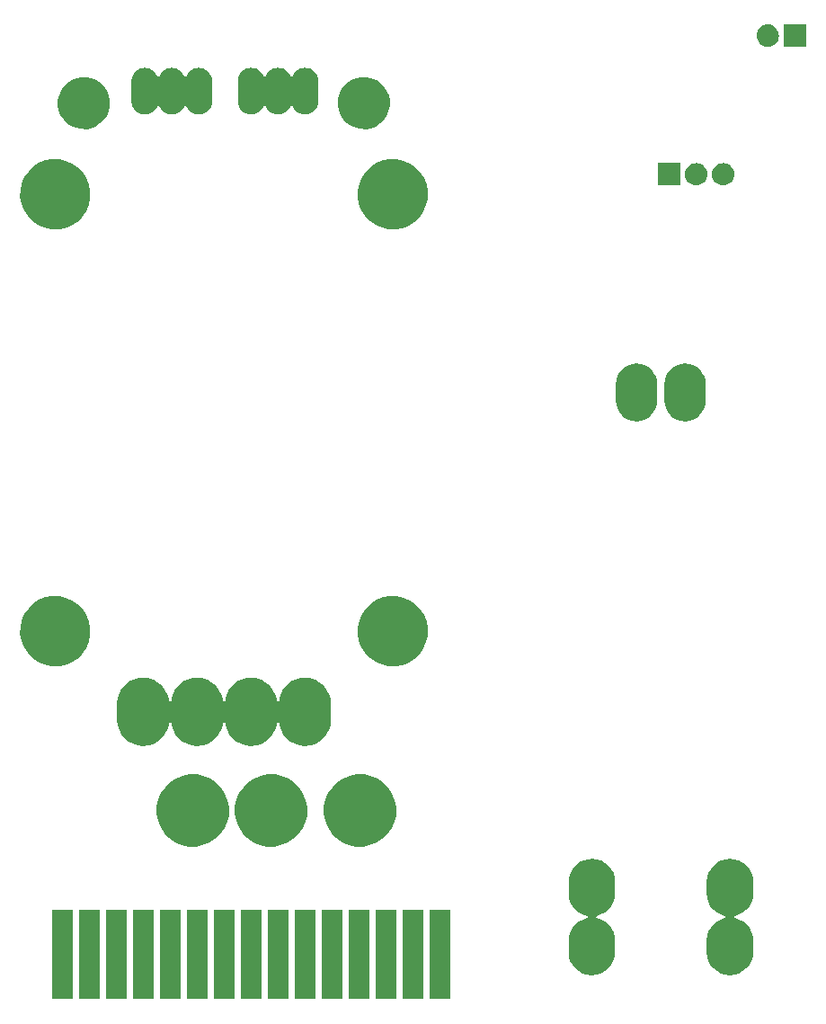
<source format=gbs>
G04 #@! TF.FileFunction,Soldermask,Bot*
%FSLAX46Y46*%
G04 Gerber Fmt 4.6, Leading zero omitted, Abs format (unit mm)*
G04 Created by KiCad (PCBNEW 4.0.7) date 10/27/19 12:55:04*
%MOMM*%
%LPD*%
G01*
G04 APERTURE LIST*
%ADD10C,0.100000*%
G04 APERTURE END LIST*
D10*
G36*
X186420800Y-115426600D02*
X184520800Y-115426600D01*
X184520800Y-107026600D01*
X186420800Y-107026600D01*
X186420800Y-115426600D01*
X186420800Y-115426600D01*
G37*
G36*
X188960800Y-115426600D02*
X187060800Y-115426600D01*
X187060800Y-107026600D01*
X188960800Y-107026600D01*
X188960800Y-115426600D01*
X188960800Y-115426600D01*
G37*
G36*
X191500800Y-115426600D02*
X189600800Y-115426600D01*
X189600800Y-107026600D01*
X191500800Y-107026600D01*
X191500800Y-115426600D01*
X191500800Y-115426600D01*
G37*
G36*
X183880800Y-115426600D02*
X181980800Y-115426600D01*
X181980800Y-107026600D01*
X183880800Y-107026600D01*
X183880800Y-115426600D01*
X183880800Y-115426600D01*
G37*
G36*
X178800800Y-115426600D02*
X176900800Y-115426600D01*
X176900800Y-107026600D01*
X178800800Y-107026600D01*
X178800800Y-115426600D01*
X178800800Y-115426600D01*
G37*
G36*
X181340800Y-115426600D02*
X179440800Y-115426600D01*
X179440800Y-107026600D01*
X181340800Y-107026600D01*
X181340800Y-115426600D01*
X181340800Y-115426600D01*
G37*
G36*
X171180800Y-115426600D02*
X169280800Y-115426600D01*
X169280800Y-107026600D01*
X171180800Y-107026600D01*
X171180800Y-115426600D01*
X171180800Y-115426600D01*
G37*
G36*
X173720800Y-115426600D02*
X171820800Y-115426600D01*
X171820800Y-107026600D01*
X173720800Y-107026600D01*
X173720800Y-115426600D01*
X173720800Y-115426600D01*
G37*
G36*
X168640800Y-115426600D02*
X166740800Y-115426600D01*
X166740800Y-107026600D01*
X168640800Y-107026600D01*
X168640800Y-115426600D01*
X168640800Y-115426600D01*
G37*
G36*
X163560800Y-115426600D02*
X161660800Y-115426600D01*
X161660800Y-107026600D01*
X163560800Y-107026600D01*
X163560800Y-115426600D01*
X163560800Y-115426600D01*
G37*
G36*
X161020800Y-115426600D02*
X159120800Y-115426600D01*
X159120800Y-107026600D01*
X161020800Y-107026600D01*
X161020800Y-115426600D01*
X161020800Y-115426600D01*
G37*
G36*
X158480800Y-115426600D02*
X156580800Y-115426600D01*
X156580800Y-107026600D01*
X158480800Y-107026600D01*
X158480800Y-115426600D01*
X158480800Y-115426600D01*
G37*
G36*
X155940800Y-115426600D02*
X154040800Y-115426600D01*
X154040800Y-107026600D01*
X155940800Y-107026600D01*
X155940800Y-115426600D01*
X155940800Y-115426600D01*
G37*
G36*
X166100800Y-115426600D02*
X164200800Y-115426600D01*
X164200800Y-107026600D01*
X166100800Y-107026600D01*
X166100800Y-115426600D01*
X166100800Y-115426600D01*
G37*
G36*
X176260800Y-115426600D02*
X174360800Y-115426600D01*
X174360800Y-107026600D01*
X176260800Y-107026600D01*
X176260800Y-115426600D01*
X176260800Y-115426600D01*
G37*
G36*
X218298049Y-102259253D02*
X218298069Y-102259259D01*
X218298171Y-102259270D01*
X218708334Y-102386237D01*
X219086024Y-102590453D01*
X219416856Y-102864141D01*
X219688227Y-103196875D01*
X219889801Y-103575981D01*
X220013901Y-103987020D01*
X220055800Y-104414336D01*
X220055800Y-105440624D01*
X220055622Y-105466107D01*
X220055621Y-105466113D01*
X220055586Y-105471181D01*
X220007725Y-105897870D01*
X219877898Y-106307136D01*
X219671050Y-106683391D01*
X219395059Y-107012304D01*
X219060439Y-107281345D01*
X218679935Y-107480268D01*
X218357621Y-107575131D01*
X218325713Y-107589664D01*
X218299032Y-107612584D01*
X218279793Y-107642030D01*
X218269519Y-107675670D01*
X218269024Y-107710841D01*
X218278347Y-107744757D01*
X218296749Y-107774733D01*
X218322774Y-107798396D01*
X218355934Y-107814351D01*
X218708334Y-107923437D01*
X219086024Y-108127653D01*
X219416856Y-108401341D01*
X219688227Y-108734075D01*
X219889801Y-109113181D01*
X220013901Y-109524220D01*
X220055800Y-109951536D01*
X220055800Y-110977824D01*
X220055622Y-111003307D01*
X220055621Y-111003313D01*
X220055586Y-111008381D01*
X220007725Y-111435070D01*
X219877898Y-111844336D01*
X219671050Y-112220591D01*
X219395059Y-112549504D01*
X219060439Y-112818545D01*
X218679935Y-113017468D01*
X218268039Y-113138696D01*
X218267960Y-113138703D01*
X218267930Y-113138712D01*
X217840442Y-113177616D01*
X217413551Y-113132747D01*
X217413531Y-113132741D01*
X217413429Y-113132730D01*
X217003266Y-113005763D01*
X216625576Y-112801547D01*
X216294744Y-112527859D01*
X216023373Y-112195125D01*
X215821799Y-111816019D01*
X215697699Y-111404980D01*
X215655800Y-110977664D01*
X215655800Y-109951376D01*
X215655978Y-109925893D01*
X215655979Y-109925887D01*
X215656014Y-109920819D01*
X215703875Y-109494130D01*
X215833702Y-109084864D01*
X216040550Y-108708609D01*
X216316541Y-108379696D01*
X216651161Y-108110655D01*
X217031665Y-107911732D01*
X217353979Y-107816869D01*
X217385887Y-107802336D01*
X217412568Y-107779416D01*
X217431807Y-107749970D01*
X217442081Y-107716330D01*
X217442576Y-107681159D01*
X217433253Y-107647243D01*
X217414851Y-107617267D01*
X217388826Y-107593604D01*
X217355666Y-107577649D01*
X217003266Y-107468563D01*
X216625576Y-107264347D01*
X216294744Y-106990659D01*
X216023373Y-106657925D01*
X215821799Y-106278819D01*
X215697699Y-105867780D01*
X215655800Y-105440464D01*
X215655800Y-104414176D01*
X215655978Y-104388693D01*
X215655979Y-104388687D01*
X215656014Y-104383619D01*
X215703875Y-103956930D01*
X215833702Y-103547664D01*
X216040550Y-103171409D01*
X216316541Y-102842496D01*
X216651161Y-102573455D01*
X217031665Y-102374532D01*
X217443561Y-102253304D01*
X217443640Y-102253297D01*
X217443670Y-102253288D01*
X217871158Y-102214384D01*
X218298049Y-102259253D01*
X218298049Y-102259253D01*
G37*
G36*
X205293249Y-102259253D02*
X205293269Y-102259259D01*
X205293371Y-102259270D01*
X205703534Y-102386237D01*
X206081224Y-102590453D01*
X206412056Y-102864141D01*
X206683427Y-103196875D01*
X206885001Y-103575981D01*
X207009101Y-103987020D01*
X207051000Y-104414336D01*
X207051000Y-105440624D01*
X207050822Y-105466107D01*
X207050821Y-105466113D01*
X207050786Y-105471181D01*
X207002925Y-105897870D01*
X206873098Y-106307136D01*
X206666250Y-106683391D01*
X206390259Y-107012304D01*
X206055639Y-107281345D01*
X205675135Y-107480268D01*
X205352821Y-107575131D01*
X205320913Y-107589664D01*
X205294232Y-107612584D01*
X205274993Y-107642030D01*
X205264719Y-107675670D01*
X205264224Y-107710841D01*
X205273547Y-107744757D01*
X205291949Y-107774733D01*
X205317974Y-107798396D01*
X205351134Y-107814351D01*
X205703534Y-107923437D01*
X206081224Y-108127653D01*
X206412056Y-108401341D01*
X206683427Y-108734075D01*
X206885001Y-109113181D01*
X207009101Y-109524220D01*
X207051000Y-109951536D01*
X207051000Y-110977824D01*
X207050822Y-111003307D01*
X207050821Y-111003313D01*
X207050786Y-111008381D01*
X207002925Y-111435070D01*
X206873098Y-111844336D01*
X206666250Y-112220591D01*
X206390259Y-112549504D01*
X206055639Y-112818545D01*
X205675135Y-113017468D01*
X205263239Y-113138696D01*
X205263160Y-113138703D01*
X205263130Y-113138712D01*
X204835642Y-113177616D01*
X204408751Y-113132747D01*
X204408731Y-113132741D01*
X204408629Y-113132730D01*
X203998466Y-113005763D01*
X203620776Y-112801547D01*
X203289944Y-112527859D01*
X203018573Y-112195125D01*
X202816999Y-111816019D01*
X202692899Y-111404980D01*
X202651000Y-110977664D01*
X202651000Y-109951376D01*
X202651178Y-109925893D01*
X202651179Y-109925887D01*
X202651214Y-109920819D01*
X202699075Y-109494130D01*
X202828902Y-109084864D01*
X203035750Y-108708609D01*
X203311741Y-108379696D01*
X203646361Y-108110655D01*
X204026865Y-107911732D01*
X204349179Y-107816869D01*
X204381087Y-107802336D01*
X204407768Y-107779416D01*
X204427007Y-107749970D01*
X204437281Y-107716330D01*
X204437776Y-107681159D01*
X204428453Y-107647243D01*
X204410051Y-107617267D01*
X204384026Y-107593604D01*
X204350866Y-107577649D01*
X203998466Y-107468563D01*
X203620776Y-107264347D01*
X203289944Y-106990659D01*
X203018573Y-106657925D01*
X202816999Y-106278819D01*
X202692899Y-105867780D01*
X202651000Y-105440464D01*
X202651000Y-104414176D01*
X202651178Y-104388693D01*
X202651179Y-104388687D01*
X202651214Y-104383619D01*
X202699075Y-103956930D01*
X202828902Y-103547664D01*
X203035750Y-103171409D01*
X203311741Y-102842496D01*
X203646361Y-102573455D01*
X204026865Y-102374532D01*
X204438761Y-102253304D01*
X204438840Y-102253297D01*
X204438870Y-102253288D01*
X204866358Y-102214384D01*
X205293249Y-102259253D01*
X205293249Y-102259253D01*
G37*
G36*
X167616117Y-94265259D02*
X168269274Y-94399334D01*
X168883949Y-94657718D01*
X169436733Y-95030577D01*
X169906564Y-95503698D01*
X170275553Y-96059071D01*
X170529641Y-96675537D01*
X170658980Y-97328745D01*
X170658980Y-97328773D01*
X170659146Y-97329613D01*
X170648511Y-98091195D01*
X170648321Y-98092030D01*
X170648321Y-98092054D01*
X170500793Y-98741405D01*
X170229592Y-99350531D01*
X169845242Y-99895382D01*
X169362379Y-100355205D01*
X168799402Y-100712482D01*
X168177755Y-100953603D01*
X167521109Y-101069387D01*
X166854476Y-101055423D01*
X166203257Y-100912243D01*
X165592250Y-100645301D01*
X165044724Y-100264760D01*
X164581548Y-99785128D01*
X164220347Y-99224653D01*
X163974890Y-98604701D01*
X163854525Y-97948885D01*
X163863835Y-97282168D01*
X164002464Y-96629970D01*
X164265137Y-96017109D01*
X164641842Y-95466944D01*
X165118235Y-95000426D01*
X165676169Y-94635324D01*
X166294393Y-94385546D01*
X166949358Y-94260605D01*
X167616117Y-94265259D01*
X167616117Y-94265259D01*
G37*
G36*
X183364117Y-94265259D02*
X184017274Y-94399334D01*
X184631949Y-94657718D01*
X185184733Y-95030577D01*
X185654564Y-95503698D01*
X186023553Y-96059071D01*
X186277641Y-96675537D01*
X186406980Y-97328745D01*
X186406980Y-97328773D01*
X186407146Y-97329613D01*
X186396511Y-98091195D01*
X186396321Y-98092030D01*
X186396321Y-98092054D01*
X186248793Y-98741405D01*
X185977592Y-99350531D01*
X185593242Y-99895382D01*
X185110379Y-100355205D01*
X184547402Y-100712482D01*
X183925755Y-100953603D01*
X183269109Y-101069387D01*
X182602476Y-101055423D01*
X181951257Y-100912243D01*
X181340250Y-100645301D01*
X180792724Y-100264760D01*
X180329548Y-99785128D01*
X179968347Y-99224653D01*
X179722890Y-98604701D01*
X179602525Y-97948885D01*
X179611835Y-97282168D01*
X179750464Y-96629970D01*
X180013137Y-96017109D01*
X180389842Y-95466944D01*
X180866235Y-95000426D01*
X181424169Y-94635324D01*
X182042393Y-94385546D01*
X182697358Y-94260605D01*
X183364117Y-94265259D01*
X183364117Y-94265259D01*
G37*
G36*
X174982117Y-94265259D02*
X175635274Y-94399334D01*
X176249949Y-94657718D01*
X176802733Y-95030577D01*
X177272564Y-95503698D01*
X177641553Y-96059071D01*
X177895641Y-96675537D01*
X178024980Y-97328745D01*
X178024980Y-97328773D01*
X178025146Y-97329613D01*
X178014511Y-98091195D01*
X178014321Y-98092030D01*
X178014321Y-98092054D01*
X177866793Y-98741405D01*
X177595592Y-99350531D01*
X177211242Y-99895382D01*
X176728379Y-100355205D01*
X176165402Y-100712482D01*
X175543755Y-100953603D01*
X174887109Y-101069387D01*
X174220476Y-101055423D01*
X173569257Y-100912243D01*
X172958250Y-100645301D01*
X172410724Y-100264760D01*
X171947548Y-99785128D01*
X171586347Y-99224653D01*
X171340890Y-98604701D01*
X171220525Y-97948885D01*
X171229835Y-97282168D01*
X171368464Y-96629970D01*
X171631137Y-96017109D01*
X172007842Y-95466944D01*
X172484235Y-95000426D01*
X173042169Y-94635324D01*
X173660393Y-94385546D01*
X174315358Y-94260605D01*
X174982117Y-94265259D01*
X174982117Y-94265259D01*
G37*
G36*
X178317919Y-85201140D02*
X178317944Y-85201148D01*
X178318041Y-85201158D01*
X178774813Y-85342552D01*
X179195423Y-85569975D01*
X179563848Y-85874763D01*
X179866057Y-86245308D01*
X180090538Y-86667495D01*
X180228740Y-87125243D01*
X180275400Y-87601117D01*
X180275400Y-89132245D01*
X180275198Y-89161217D01*
X180275196Y-89161232D01*
X180275161Y-89166290D01*
X180221862Y-89641467D01*
X180077282Y-90097241D01*
X179846928Y-90516252D01*
X179539575Y-90882541D01*
X179166930Y-91182156D01*
X178743186Y-91403683D01*
X178284484Y-91538687D01*
X178284405Y-91538694D01*
X178284375Y-91538703D01*
X177808296Y-91582029D01*
X177332881Y-91532060D01*
X177332856Y-91532052D01*
X177332759Y-91532042D01*
X176875987Y-91390648D01*
X176455377Y-91163225D01*
X176086952Y-90858437D01*
X175784743Y-90487892D01*
X175560262Y-90065705D01*
X175422060Y-89607957D01*
X175408314Y-89467762D01*
X175400893Y-89437292D01*
X175383378Y-89406789D01*
X175358059Y-89382373D01*
X175326939Y-89365977D01*
X175292485Y-89358901D01*
X175257422Y-89361703D01*
X175224529Y-89374162D01*
X175196409Y-89395292D01*
X175175289Y-89423420D01*
X175161416Y-89467135D01*
X175141862Y-89641467D01*
X174997282Y-90097241D01*
X174766928Y-90516252D01*
X174459575Y-90882541D01*
X174086930Y-91182156D01*
X173663186Y-91403683D01*
X173204484Y-91538687D01*
X173204405Y-91538694D01*
X173204375Y-91538703D01*
X172728296Y-91582029D01*
X172252881Y-91532060D01*
X172252856Y-91532052D01*
X172252759Y-91532042D01*
X171795987Y-91390648D01*
X171375377Y-91163225D01*
X171006952Y-90858437D01*
X170704743Y-90487892D01*
X170480262Y-90065705D01*
X170342060Y-89607957D01*
X170328314Y-89467762D01*
X170320893Y-89437292D01*
X170303378Y-89406789D01*
X170278059Y-89382373D01*
X170246939Y-89365977D01*
X170212485Y-89358901D01*
X170177422Y-89361703D01*
X170144529Y-89374162D01*
X170116409Y-89395292D01*
X170095289Y-89423420D01*
X170081416Y-89467135D01*
X170061862Y-89641467D01*
X169917282Y-90097241D01*
X169686928Y-90516252D01*
X169379575Y-90882541D01*
X169006930Y-91182156D01*
X168583186Y-91403683D01*
X168124484Y-91538687D01*
X168124405Y-91538694D01*
X168124375Y-91538703D01*
X167648296Y-91582029D01*
X167172881Y-91532060D01*
X167172856Y-91532052D01*
X167172759Y-91532042D01*
X166715987Y-91390648D01*
X166295377Y-91163225D01*
X165926952Y-90858437D01*
X165624743Y-90487892D01*
X165400262Y-90065705D01*
X165262060Y-89607957D01*
X165248314Y-89467762D01*
X165240893Y-89437292D01*
X165223378Y-89406789D01*
X165198059Y-89382373D01*
X165166939Y-89365977D01*
X165132485Y-89358901D01*
X165097422Y-89361703D01*
X165064529Y-89374162D01*
X165036409Y-89395292D01*
X165015289Y-89423420D01*
X165001416Y-89467135D01*
X164981862Y-89641467D01*
X164837282Y-90097241D01*
X164606928Y-90516252D01*
X164299575Y-90882541D01*
X163926930Y-91182156D01*
X163503186Y-91403683D01*
X163044484Y-91538687D01*
X163044405Y-91538694D01*
X163044375Y-91538703D01*
X162568296Y-91582029D01*
X162092881Y-91532060D01*
X162092856Y-91532052D01*
X162092759Y-91532042D01*
X161635987Y-91390648D01*
X161215377Y-91163225D01*
X160846952Y-90858437D01*
X160544743Y-90487892D01*
X160320262Y-90065705D01*
X160182060Y-89607957D01*
X160135400Y-89132083D01*
X160135400Y-87600955D01*
X160135602Y-87571983D01*
X160135604Y-87571968D01*
X160135639Y-87566910D01*
X160188938Y-87091733D01*
X160333518Y-86635959D01*
X160563872Y-86216948D01*
X160871225Y-85850659D01*
X161243870Y-85551044D01*
X161667614Y-85329517D01*
X162126316Y-85194513D01*
X162126395Y-85194506D01*
X162126425Y-85194497D01*
X162602504Y-85151171D01*
X163077919Y-85201140D01*
X163077944Y-85201148D01*
X163078041Y-85201158D01*
X163534813Y-85342552D01*
X163955423Y-85569975D01*
X164323848Y-85874763D01*
X164626057Y-86245308D01*
X164850538Y-86667495D01*
X164988740Y-87125243D01*
X165002486Y-87265438D01*
X165009907Y-87295908D01*
X165027422Y-87326411D01*
X165052741Y-87350827D01*
X165083861Y-87367223D01*
X165118315Y-87374299D01*
X165153378Y-87371497D01*
X165186271Y-87359038D01*
X165214391Y-87337908D01*
X165235511Y-87309780D01*
X165249384Y-87266065D01*
X165268938Y-87091733D01*
X165413518Y-86635959D01*
X165643872Y-86216948D01*
X165951225Y-85850659D01*
X166323870Y-85551044D01*
X166747614Y-85329517D01*
X167206316Y-85194513D01*
X167206395Y-85194506D01*
X167206425Y-85194497D01*
X167682504Y-85151171D01*
X168157919Y-85201140D01*
X168157944Y-85201148D01*
X168158041Y-85201158D01*
X168614813Y-85342552D01*
X169035423Y-85569975D01*
X169403848Y-85874763D01*
X169706057Y-86245308D01*
X169930538Y-86667495D01*
X170068740Y-87125243D01*
X170082486Y-87265438D01*
X170089907Y-87295908D01*
X170107422Y-87326411D01*
X170132741Y-87350827D01*
X170163861Y-87367223D01*
X170198315Y-87374299D01*
X170233378Y-87371497D01*
X170266271Y-87359038D01*
X170294391Y-87337908D01*
X170315511Y-87309780D01*
X170329384Y-87266065D01*
X170348938Y-87091733D01*
X170493518Y-86635959D01*
X170723872Y-86216948D01*
X171031225Y-85850659D01*
X171403870Y-85551044D01*
X171827614Y-85329517D01*
X172286316Y-85194513D01*
X172286395Y-85194506D01*
X172286425Y-85194497D01*
X172762504Y-85151171D01*
X173237919Y-85201140D01*
X173237944Y-85201148D01*
X173238041Y-85201158D01*
X173694813Y-85342552D01*
X174115423Y-85569975D01*
X174483848Y-85874763D01*
X174786057Y-86245308D01*
X175010538Y-86667495D01*
X175148740Y-87125243D01*
X175162486Y-87265438D01*
X175169907Y-87295908D01*
X175187422Y-87326411D01*
X175212741Y-87350827D01*
X175243861Y-87367223D01*
X175278315Y-87374299D01*
X175313378Y-87371497D01*
X175346271Y-87359038D01*
X175374391Y-87337908D01*
X175395511Y-87309780D01*
X175409384Y-87266065D01*
X175428938Y-87091733D01*
X175573518Y-86635959D01*
X175803872Y-86216948D01*
X176111225Y-85850659D01*
X176483870Y-85551044D01*
X176907614Y-85329517D01*
X177366316Y-85194513D01*
X177366395Y-85194506D01*
X177366425Y-85194497D01*
X177842504Y-85151171D01*
X178317919Y-85201140D01*
X178317919Y-85201140D01*
G37*
G36*
X186452413Y-77474192D02*
X187086361Y-77604324D01*
X187682956Y-77855109D01*
X188219483Y-78217001D01*
X188675494Y-78676207D01*
X189033631Y-79215246D01*
X189280246Y-79813580D01*
X189405776Y-80447549D01*
X189405776Y-80447582D01*
X189405941Y-80448418D01*
X189395620Y-81187601D01*
X189395429Y-81188440D01*
X189395429Y-81188460D01*
X189252246Y-81818687D01*
X188989021Y-82409897D01*
X188615973Y-82938727D01*
X188147318Y-83385021D01*
X187600897Y-83731791D01*
X186997533Y-83965820D01*
X186360200Y-84078199D01*
X185713173Y-84064646D01*
X185081108Y-83925677D01*
X184488072Y-83666586D01*
X183956650Y-83297238D01*
X183507096Y-82831711D01*
X183156521Y-82287725D01*
X182918282Y-81686004D01*
X182801457Y-81049476D01*
X182810493Y-80402369D01*
X182945045Y-79769352D01*
X183199991Y-79174517D01*
X183565617Y-78640534D01*
X184027998Y-78187737D01*
X184569523Y-77833374D01*
X185169564Y-77590941D01*
X185805265Y-77469675D01*
X186452413Y-77474192D01*
X186452413Y-77474192D01*
G37*
G36*
X154651613Y-77474192D02*
X155285561Y-77604324D01*
X155882156Y-77855109D01*
X156418683Y-78217001D01*
X156874694Y-78676207D01*
X157232831Y-79215246D01*
X157479446Y-79813580D01*
X157604976Y-80447549D01*
X157604976Y-80447582D01*
X157605141Y-80448418D01*
X157594820Y-81187601D01*
X157594629Y-81188440D01*
X157594629Y-81188460D01*
X157451446Y-81818687D01*
X157188221Y-82409897D01*
X156815173Y-82938727D01*
X156346518Y-83385021D01*
X155800097Y-83731791D01*
X155196733Y-83965820D01*
X154559400Y-84078199D01*
X153912373Y-84064646D01*
X153280308Y-83925677D01*
X152687272Y-83666586D01*
X152155850Y-83297238D01*
X151706296Y-82831711D01*
X151355721Y-82287725D01*
X151117482Y-81686004D01*
X151000657Y-81049476D01*
X151009693Y-80402369D01*
X151144245Y-79769352D01*
X151399191Y-79174517D01*
X151764817Y-78640534D01*
X152227198Y-78187737D01*
X152768723Y-77833374D01*
X153368764Y-77590941D01*
X154004465Y-77469675D01*
X154651613Y-77474192D01*
X154651613Y-77474192D01*
G37*
G36*
X209459379Y-55619746D02*
X209459404Y-55619754D01*
X209459502Y-55619764D01*
X209823055Y-55732303D01*
X210157826Y-55913313D01*
X210451063Y-56155899D01*
X210691596Y-56450822D01*
X210870265Y-56786849D01*
X210980263Y-57151179D01*
X211017400Y-57529936D01*
X211017400Y-59056227D01*
X211017247Y-59078218D01*
X211017245Y-59078233D01*
X211017210Y-59083290D01*
X210974788Y-59461492D01*
X210859714Y-59824251D01*
X210676371Y-60157750D01*
X210431744Y-60449286D01*
X210135148Y-60687754D01*
X209797883Y-60864073D01*
X209432794Y-60971524D01*
X209432713Y-60971531D01*
X209432684Y-60971540D01*
X209053787Y-61006022D01*
X208675421Y-60966254D01*
X208675396Y-60966246D01*
X208675298Y-60966236D01*
X208311745Y-60853697D01*
X207976974Y-60672687D01*
X207683737Y-60430101D01*
X207443204Y-60135178D01*
X207264535Y-59799151D01*
X207154537Y-59434821D01*
X207117400Y-59056064D01*
X207117400Y-57529773D01*
X207117553Y-57507782D01*
X207117555Y-57507767D01*
X207117590Y-57502710D01*
X207160012Y-57124508D01*
X207275086Y-56761749D01*
X207458429Y-56428250D01*
X207703056Y-56136714D01*
X207999652Y-55898246D01*
X208336917Y-55721927D01*
X208702006Y-55614476D01*
X208702087Y-55614469D01*
X208702116Y-55614460D01*
X209081013Y-55579978D01*
X209459379Y-55619746D01*
X209459379Y-55619746D01*
G37*
G36*
X214031379Y-55619746D02*
X214031404Y-55619754D01*
X214031502Y-55619764D01*
X214395055Y-55732303D01*
X214729826Y-55913313D01*
X215023063Y-56155899D01*
X215263596Y-56450822D01*
X215442265Y-56786849D01*
X215552263Y-57151179D01*
X215589400Y-57529936D01*
X215589400Y-59056227D01*
X215589247Y-59078218D01*
X215589245Y-59078233D01*
X215589210Y-59083290D01*
X215546788Y-59461492D01*
X215431714Y-59824251D01*
X215248371Y-60157750D01*
X215003744Y-60449286D01*
X214707148Y-60687754D01*
X214369883Y-60864073D01*
X214004794Y-60971524D01*
X214004713Y-60971531D01*
X214004684Y-60971540D01*
X213625787Y-61006022D01*
X213247421Y-60966254D01*
X213247396Y-60966246D01*
X213247298Y-60966236D01*
X212883745Y-60853697D01*
X212548974Y-60672687D01*
X212255737Y-60430101D01*
X212015204Y-60135178D01*
X211836535Y-59799151D01*
X211726537Y-59434821D01*
X211689400Y-59056064D01*
X211689400Y-57529773D01*
X211689553Y-57507782D01*
X211689555Y-57507767D01*
X211689590Y-57502710D01*
X211732012Y-57124508D01*
X211847086Y-56761749D01*
X212030429Y-56428250D01*
X212275056Y-56136714D01*
X212571652Y-55898246D01*
X212908917Y-55721927D01*
X213274006Y-55614476D01*
X213274087Y-55614469D01*
X213274116Y-55614460D01*
X213653013Y-55579978D01*
X214031379Y-55619746D01*
X214031379Y-55619746D01*
G37*
G36*
X186452413Y-36326192D02*
X187086361Y-36456324D01*
X187682956Y-36707109D01*
X188219483Y-37069001D01*
X188675494Y-37528207D01*
X189033631Y-38067246D01*
X189280246Y-38665580D01*
X189405776Y-39299549D01*
X189405776Y-39299582D01*
X189405941Y-39300418D01*
X189395620Y-40039601D01*
X189395429Y-40040440D01*
X189395429Y-40040460D01*
X189252246Y-40670687D01*
X188989021Y-41261897D01*
X188615973Y-41790727D01*
X188147318Y-42237021D01*
X187600897Y-42583791D01*
X186997533Y-42817820D01*
X186360200Y-42930199D01*
X185713173Y-42916646D01*
X185081108Y-42777677D01*
X184488072Y-42518586D01*
X183956650Y-42149238D01*
X183507096Y-41683711D01*
X183156521Y-41139725D01*
X182918282Y-40538004D01*
X182801457Y-39901476D01*
X182810493Y-39254369D01*
X182945045Y-38621352D01*
X183199991Y-38026517D01*
X183565617Y-37492534D01*
X184027998Y-37039737D01*
X184569523Y-36685374D01*
X185169564Y-36442941D01*
X185805265Y-36321675D01*
X186452413Y-36326192D01*
X186452413Y-36326192D01*
G37*
G36*
X154651613Y-36326192D02*
X155285561Y-36456324D01*
X155882156Y-36707109D01*
X156418683Y-37069001D01*
X156874694Y-37528207D01*
X157232831Y-38067246D01*
X157479446Y-38665580D01*
X157604976Y-39299549D01*
X157604976Y-39299582D01*
X157605141Y-39300418D01*
X157594820Y-40039601D01*
X157594629Y-40040440D01*
X157594629Y-40040460D01*
X157451446Y-40670687D01*
X157188221Y-41261897D01*
X156815173Y-41790727D01*
X156346518Y-42237021D01*
X155800097Y-42583791D01*
X155196733Y-42817820D01*
X154559400Y-42930199D01*
X153912373Y-42916646D01*
X153280308Y-42777677D01*
X152687272Y-42518586D01*
X152155850Y-42149238D01*
X151706296Y-41683711D01*
X151355721Y-41139725D01*
X151117482Y-40538004D01*
X151000657Y-39901476D01*
X151009693Y-39254369D01*
X151144245Y-38621352D01*
X151399191Y-38026517D01*
X151764817Y-37492534D01*
X152227198Y-37039737D01*
X152768723Y-36685374D01*
X153368764Y-36442941D01*
X154004465Y-36321675D01*
X154651613Y-36326192D01*
X154651613Y-36326192D01*
G37*
G36*
X217431809Y-36710748D02*
X217431829Y-36710754D01*
X217431932Y-36710765D01*
X217627691Y-36771363D01*
X217807953Y-36868830D01*
X217965849Y-36999453D01*
X218095367Y-37158258D01*
X218191573Y-37339195D01*
X218250803Y-37535373D01*
X218270800Y-37739319D01*
X218270800Y-37749637D01*
X218270734Y-37759066D01*
X218270733Y-37759073D01*
X218270698Y-37764141D01*
X218247855Y-37967788D01*
X218185892Y-38163120D01*
X218087169Y-38342696D01*
X217955447Y-38499677D01*
X217795741Y-38628084D01*
X217614137Y-38723024D01*
X217417550Y-38780883D01*
X217417466Y-38780891D01*
X217417441Y-38780898D01*
X217213470Y-38799460D01*
X217009791Y-38778052D01*
X217009771Y-38778046D01*
X217009668Y-38778035D01*
X216813909Y-38717437D01*
X216633647Y-38619970D01*
X216475751Y-38489347D01*
X216346233Y-38330542D01*
X216250027Y-38149605D01*
X216190797Y-37953427D01*
X216170800Y-37749481D01*
X216170800Y-37739163D01*
X216170866Y-37729734D01*
X216170867Y-37729727D01*
X216170902Y-37724659D01*
X216193745Y-37521012D01*
X216255708Y-37325680D01*
X216354431Y-37146104D01*
X216486153Y-36989123D01*
X216645859Y-36860716D01*
X216827463Y-36765776D01*
X217024050Y-36707917D01*
X217024134Y-36707909D01*
X217024159Y-36707902D01*
X217228130Y-36689340D01*
X217431809Y-36710748D01*
X217431809Y-36710748D01*
G37*
G36*
X214891809Y-36710748D02*
X214891829Y-36710754D01*
X214891932Y-36710765D01*
X215087691Y-36771363D01*
X215267953Y-36868830D01*
X215425849Y-36999453D01*
X215555367Y-37158258D01*
X215651573Y-37339195D01*
X215710803Y-37535373D01*
X215730800Y-37739319D01*
X215730800Y-37749637D01*
X215730734Y-37759066D01*
X215730733Y-37759073D01*
X215730698Y-37764141D01*
X215707855Y-37967788D01*
X215645892Y-38163120D01*
X215547169Y-38342696D01*
X215415447Y-38499677D01*
X215255741Y-38628084D01*
X215074137Y-38723024D01*
X214877550Y-38780883D01*
X214877466Y-38780891D01*
X214877441Y-38780898D01*
X214673470Y-38799460D01*
X214469791Y-38778052D01*
X214469771Y-38778046D01*
X214469668Y-38778035D01*
X214273909Y-38717437D01*
X214093647Y-38619970D01*
X213935751Y-38489347D01*
X213806233Y-38330542D01*
X213710027Y-38149605D01*
X213650797Y-37953427D01*
X213630800Y-37749481D01*
X213630800Y-37739163D01*
X213630866Y-37729734D01*
X213630867Y-37729727D01*
X213630902Y-37724659D01*
X213653745Y-37521012D01*
X213715708Y-37325680D01*
X213814431Y-37146104D01*
X213946153Y-36989123D01*
X214105859Y-36860716D01*
X214287463Y-36765776D01*
X214484050Y-36707917D01*
X214484134Y-36707909D01*
X214484159Y-36707902D01*
X214688130Y-36689340D01*
X214891809Y-36710748D01*
X214891809Y-36710748D01*
G37*
G36*
X213190800Y-38794400D02*
X211090800Y-38794400D01*
X211090800Y-36694400D01*
X213190800Y-36694400D01*
X213190800Y-38794400D01*
X213190800Y-38794400D01*
G37*
G36*
X183619934Y-28590426D02*
X184090592Y-28687039D01*
X184533519Y-28873228D01*
X184931850Y-29141907D01*
X185270404Y-29482831D01*
X185536294Y-29883028D01*
X185719387Y-30327246D01*
X185812539Y-30797696D01*
X185812539Y-30797720D01*
X185812706Y-30798565D01*
X185805043Y-31347352D01*
X185804851Y-31348196D01*
X185804851Y-31348212D01*
X185698599Y-31815887D01*
X185503174Y-32254815D01*
X185226214Y-32647432D01*
X184878274Y-32978771D01*
X184472596Y-33236222D01*
X184024645Y-33409971D01*
X183551473Y-33493403D01*
X183071104Y-33483342D01*
X182601843Y-33380168D01*
X182161559Y-33187812D01*
X181767020Y-32913600D01*
X181433256Y-32567977D01*
X181172983Y-32164112D01*
X180996108Y-31717378D01*
X180909375Y-31244806D01*
X180916083Y-30764376D01*
X181015977Y-30294410D01*
X181205256Y-29852789D01*
X181476705Y-29456347D01*
X181819988Y-29120180D01*
X182222031Y-28857092D01*
X182667515Y-28677104D01*
X183139476Y-28587073D01*
X183619934Y-28590426D01*
X183619934Y-28590426D01*
G37*
G36*
X157254734Y-28590426D02*
X157725392Y-28687039D01*
X158168319Y-28873228D01*
X158566650Y-29141907D01*
X158905204Y-29482831D01*
X159171094Y-29883028D01*
X159354187Y-30327246D01*
X159447339Y-30797696D01*
X159447339Y-30797720D01*
X159447506Y-30798565D01*
X159439843Y-31347352D01*
X159439651Y-31348196D01*
X159439651Y-31348212D01*
X159333399Y-31815887D01*
X159137974Y-32254815D01*
X158861014Y-32647432D01*
X158513074Y-32978771D01*
X158107396Y-33236222D01*
X157659445Y-33409971D01*
X157186273Y-33493403D01*
X156705904Y-33483342D01*
X156236643Y-33380168D01*
X155796359Y-33187812D01*
X155401820Y-32913600D01*
X155068056Y-32567977D01*
X154807783Y-32164112D01*
X154630908Y-31717378D01*
X154544175Y-31244806D01*
X154550883Y-30764376D01*
X154650777Y-30294410D01*
X154840056Y-29852789D01*
X155111505Y-29456347D01*
X155454788Y-29120180D01*
X155856831Y-28857092D01*
X156302315Y-28677104D01*
X156774276Y-28587073D01*
X157254734Y-28590426D01*
X157254734Y-28590426D01*
G37*
G36*
X168069025Y-27736068D02*
X168069050Y-27736076D01*
X168069147Y-27736086D01*
X168302194Y-27808226D01*
X168516791Y-27924258D01*
X168704763Y-28079762D01*
X168858952Y-28268816D01*
X168973483Y-28484217D01*
X169043994Y-28717762D01*
X169067800Y-28960555D01*
X169067800Y-30882008D01*
X169067715Y-30894225D01*
X169067713Y-30894240D01*
X169067678Y-30899298D01*
X169040485Y-31141735D01*
X168966719Y-31374272D01*
X168849192Y-31588054D01*
X168692379Y-31774936D01*
X168502254Y-31927800D01*
X168286058Y-32040825D01*
X168052027Y-32109704D01*
X168051946Y-32109711D01*
X168051917Y-32109720D01*
X167809074Y-32131820D01*
X167566575Y-32106332D01*
X167566550Y-32106324D01*
X167566453Y-32106314D01*
X167333406Y-32034174D01*
X167118809Y-31918142D01*
X166930837Y-31762638D01*
X166776648Y-31573584D01*
X166662117Y-31358183D01*
X166661653Y-31356645D01*
X166657340Y-31348534D01*
X166636622Y-31320109D01*
X166608805Y-31298582D01*
X166576091Y-31285657D01*
X166541072Y-31282357D01*
X166506521Y-31288944D01*
X166475172Y-31304896D01*
X166449508Y-31328950D01*
X166428887Y-31367439D01*
X166426719Y-31374272D01*
X166309192Y-31588054D01*
X166152379Y-31774936D01*
X165962254Y-31927800D01*
X165746058Y-32040825D01*
X165512027Y-32109704D01*
X165511946Y-32109711D01*
X165511917Y-32109720D01*
X165269074Y-32131820D01*
X165026575Y-32106332D01*
X165026550Y-32106324D01*
X165026453Y-32106314D01*
X164793406Y-32034174D01*
X164578809Y-31918142D01*
X164390837Y-31762638D01*
X164236648Y-31573584D01*
X164122117Y-31358183D01*
X164121653Y-31356645D01*
X164117340Y-31348534D01*
X164096622Y-31320109D01*
X164068805Y-31298582D01*
X164036091Y-31285657D01*
X164001072Y-31282357D01*
X163966521Y-31288944D01*
X163935172Y-31304896D01*
X163909508Y-31328950D01*
X163888887Y-31367439D01*
X163886719Y-31374272D01*
X163769192Y-31588054D01*
X163612379Y-31774936D01*
X163422254Y-31927800D01*
X163206058Y-32040825D01*
X162972027Y-32109704D01*
X162971946Y-32109711D01*
X162971917Y-32109720D01*
X162729074Y-32131820D01*
X162486575Y-32106332D01*
X162486550Y-32106324D01*
X162486453Y-32106314D01*
X162253406Y-32034174D01*
X162038809Y-31918142D01*
X161850837Y-31762638D01*
X161696648Y-31573584D01*
X161582117Y-31358183D01*
X161511606Y-31124638D01*
X161487800Y-30881845D01*
X161487800Y-28960392D01*
X161487885Y-28948175D01*
X161487887Y-28948160D01*
X161487922Y-28943102D01*
X161515115Y-28700665D01*
X161588881Y-28468128D01*
X161706408Y-28254346D01*
X161863221Y-28067464D01*
X162053346Y-27914600D01*
X162269542Y-27801575D01*
X162503573Y-27732696D01*
X162503654Y-27732689D01*
X162503683Y-27732680D01*
X162746526Y-27710580D01*
X162989025Y-27736068D01*
X162989050Y-27736076D01*
X162989147Y-27736086D01*
X163222194Y-27808226D01*
X163436791Y-27924258D01*
X163624763Y-28079762D01*
X163778952Y-28268816D01*
X163893483Y-28484217D01*
X163893947Y-28485755D01*
X163898260Y-28493866D01*
X163918978Y-28522291D01*
X163946795Y-28543818D01*
X163979509Y-28556743D01*
X164014528Y-28560043D01*
X164049079Y-28553456D01*
X164080428Y-28537504D01*
X164106092Y-28513450D01*
X164126713Y-28474961D01*
X164128881Y-28468128D01*
X164246408Y-28254346D01*
X164403221Y-28067464D01*
X164593346Y-27914600D01*
X164809542Y-27801575D01*
X165043573Y-27732696D01*
X165043654Y-27732689D01*
X165043683Y-27732680D01*
X165286526Y-27710580D01*
X165529025Y-27736068D01*
X165529050Y-27736076D01*
X165529147Y-27736086D01*
X165762194Y-27808226D01*
X165976791Y-27924258D01*
X166164763Y-28079762D01*
X166318952Y-28268816D01*
X166433483Y-28484217D01*
X166433947Y-28485755D01*
X166438260Y-28493866D01*
X166458978Y-28522291D01*
X166486795Y-28543818D01*
X166519509Y-28556743D01*
X166554528Y-28560043D01*
X166589079Y-28553456D01*
X166620428Y-28537504D01*
X166646092Y-28513450D01*
X166666713Y-28474961D01*
X166668881Y-28468128D01*
X166786408Y-28254346D01*
X166943221Y-28067464D01*
X167133346Y-27914600D01*
X167349542Y-27801575D01*
X167583573Y-27732696D01*
X167583654Y-27732689D01*
X167583683Y-27732680D01*
X167826526Y-27710580D01*
X168069025Y-27736068D01*
X168069025Y-27736068D01*
G37*
G36*
X178076625Y-27736068D02*
X178076650Y-27736076D01*
X178076747Y-27736086D01*
X178309794Y-27808226D01*
X178524391Y-27924258D01*
X178712363Y-28079762D01*
X178866552Y-28268816D01*
X178981083Y-28484217D01*
X179051594Y-28717762D01*
X179075400Y-28960555D01*
X179075400Y-30882008D01*
X179075315Y-30894225D01*
X179075313Y-30894240D01*
X179075278Y-30899298D01*
X179048085Y-31141735D01*
X178974319Y-31374272D01*
X178856792Y-31588054D01*
X178699979Y-31774936D01*
X178509854Y-31927800D01*
X178293658Y-32040825D01*
X178059627Y-32109704D01*
X178059546Y-32109711D01*
X178059517Y-32109720D01*
X177816674Y-32131820D01*
X177574175Y-32106332D01*
X177574150Y-32106324D01*
X177574053Y-32106314D01*
X177341006Y-32034174D01*
X177126409Y-31918142D01*
X176938437Y-31762638D01*
X176784248Y-31573584D01*
X176669717Y-31358183D01*
X176669253Y-31356645D01*
X176664940Y-31348534D01*
X176644222Y-31320109D01*
X176616405Y-31298582D01*
X176583691Y-31285657D01*
X176548672Y-31282357D01*
X176514121Y-31288944D01*
X176482772Y-31304896D01*
X176457108Y-31328950D01*
X176436487Y-31367439D01*
X176434319Y-31374272D01*
X176316792Y-31588054D01*
X176159979Y-31774936D01*
X175969854Y-31927800D01*
X175753658Y-32040825D01*
X175519627Y-32109704D01*
X175519546Y-32109711D01*
X175519517Y-32109720D01*
X175276674Y-32131820D01*
X175034175Y-32106332D01*
X175034150Y-32106324D01*
X175034053Y-32106314D01*
X174801006Y-32034174D01*
X174586409Y-31918142D01*
X174398437Y-31762638D01*
X174244248Y-31573584D01*
X174129717Y-31358183D01*
X174129253Y-31356645D01*
X174124940Y-31348534D01*
X174104222Y-31320109D01*
X174076405Y-31298582D01*
X174043691Y-31285657D01*
X174008672Y-31282357D01*
X173974121Y-31288944D01*
X173942772Y-31304896D01*
X173917108Y-31328950D01*
X173896487Y-31367439D01*
X173894319Y-31374272D01*
X173776792Y-31588054D01*
X173619979Y-31774936D01*
X173429854Y-31927800D01*
X173213658Y-32040825D01*
X172979627Y-32109704D01*
X172979546Y-32109711D01*
X172979517Y-32109720D01*
X172736674Y-32131820D01*
X172494175Y-32106332D01*
X172494150Y-32106324D01*
X172494053Y-32106314D01*
X172261006Y-32034174D01*
X172046409Y-31918142D01*
X171858437Y-31762638D01*
X171704248Y-31573584D01*
X171589717Y-31358183D01*
X171519206Y-31124638D01*
X171495400Y-30881845D01*
X171495400Y-28960392D01*
X171495485Y-28948175D01*
X171495487Y-28948160D01*
X171495522Y-28943102D01*
X171522715Y-28700665D01*
X171596481Y-28468128D01*
X171714008Y-28254346D01*
X171870821Y-28067464D01*
X172060946Y-27914600D01*
X172277142Y-27801575D01*
X172511173Y-27732696D01*
X172511254Y-27732689D01*
X172511283Y-27732680D01*
X172754126Y-27710580D01*
X172996625Y-27736068D01*
X172996650Y-27736076D01*
X172996747Y-27736086D01*
X173229794Y-27808226D01*
X173444391Y-27924258D01*
X173632363Y-28079762D01*
X173786552Y-28268816D01*
X173901083Y-28484217D01*
X173901547Y-28485755D01*
X173905860Y-28493866D01*
X173926578Y-28522291D01*
X173954395Y-28543818D01*
X173987109Y-28556743D01*
X174022128Y-28560043D01*
X174056679Y-28553456D01*
X174088028Y-28537504D01*
X174113692Y-28513450D01*
X174134313Y-28474961D01*
X174136481Y-28468128D01*
X174254008Y-28254346D01*
X174410821Y-28067464D01*
X174600946Y-27914600D01*
X174817142Y-27801575D01*
X175051173Y-27732696D01*
X175051254Y-27732689D01*
X175051283Y-27732680D01*
X175294126Y-27710580D01*
X175536625Y-27736068D01*
X175536650Y-27736076D01*
X175536747Y-27736086D01*
X175769794Y-27808226D01*
X175984391Y-27924258D01*
X176172363Y-28079762D01*
X176326552Y-28268816D01*
X176441083Y-28484217D01*
X176441547Y-28485755D01*
X176445860Y-28493866D01*
X176466578Y-28522291D01*
X176494395Y-28543818D01*
X176527109Y-28556743D01*
X176562128Y-28560043D01*
X176596679Y-28553456D01*
X176628028Y-28537504D01*
X176653692Y-28513450D01*
X176674313Y-28474961D01*
X176676481Y-28468128D01*
X176794008Y-28254346D01*
X176950821Y-28067464D01*
X177140946Y-27914600D01*
X177357142Y-27801575D01*
X177591173Y-27732696D01*
X177591254Y-27732689D01*
X177591283Y-27732680D01*
X177834126Y-27710580D01*
X178076625Y-27736068D01*
X178076625Y-27736068D01*
G37*
G36*
X221622809Y-23655148D02*
X221622829Y-23655154D01*
X221622932Y-23655165D01*
X221818691Y-23715763D01*
X221998953Y-23813230D01*
X222156849Y-23943853D01*
X222286367Y-24102658D01*
X222382573Y-24283595D01*
X222441803Y-24479773D01*
X222461800Y-24683719D01*
X222461800Y-24694037D01*
X222461734Y-24703466D01*
X222461733Y-24703473D01*
X222461698Y-24708541D01*
X222438855Y-24912188D01*
X222376892Y-25107520D01*
X222278169Y-25287096D01*
X222146447Y-25444077D01*
X221986741Y-25572484D01*
X221805137Y-25667424D01*
X221608550Y-25725283D01*
X221608466Y-25725291D01*
X221608441Y-25725298D01*
X221404470Y-25743860D01*
X221200791Y-25722452D01*
X221200771Y-25722446D01*
X221200668Y-25722435D01*
X221004909Y-25661837D01*
X220824647Y-25564370D01*
X220666751Y-25433747D01*
X220537233Y-25274942D01*
X220441027Y-25094005D01*
X220381797Y-24897827D01*
X220361800Y-24693881D01*
X220361800Y-24683563D01*
X220361866Y-24674134D01*
X220361867Y-24674127D01*
X220361902Y-24669059D01*
X220384745Y-24465412D01*
X220446708Y-24270080D01*
X220545431Y-24090504D01*
X220677153Y-23933523D01*
X220836859Y-23805116D01*
X221018463Y-23710176D01*
X221215050Y-23652317D01*
X221215134Y-23652309D01*
X221215159Y-23652302D01*
X221419130Y-23633740D01*
X221622809Y-23655148D01*
X221622809Y-23655148D01*
G37*
G36*
X225001800Y-25738800D02*
X222901800Y-25738800D01*
X222901800Y-23638800D01*
X225001800Y-23638800D01*
X225001800Y-25738800D01*
X225001800Y-25738800D01*
G37*
M02*

</source>
